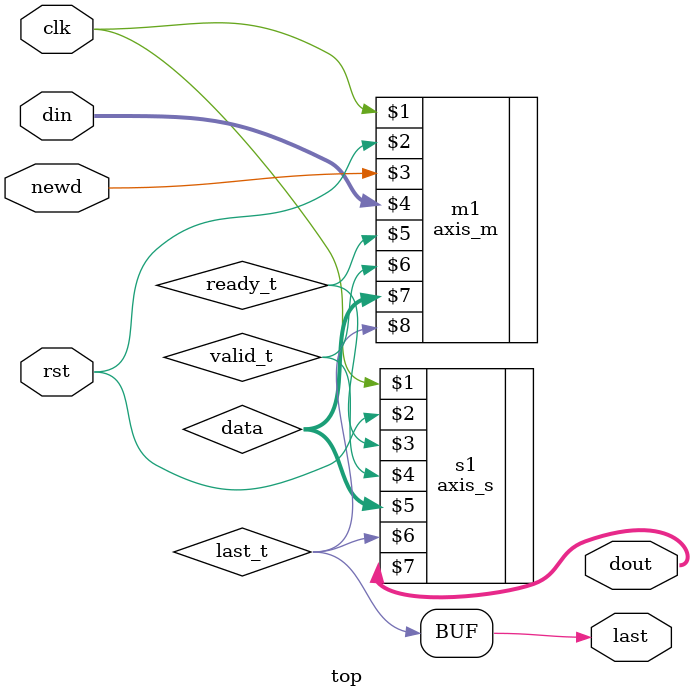
<source format=sv>
`timescale 1ns / 1ps
module top 
(
input clk,rst, newd,
input [7:0] din,
output [7:0] dout,
output last
);
wire last_t, valid_t, ready_t;
wire [7:0] data;
 
axis_m m1 (clk,rst,newd,din, ready_t, valid_t, data, last_t);
axis_s s1 (clk, rst,ready_t,valid_t,data,last_t, dout);
 
assign last = last_t;
 
endmodule

</source>
